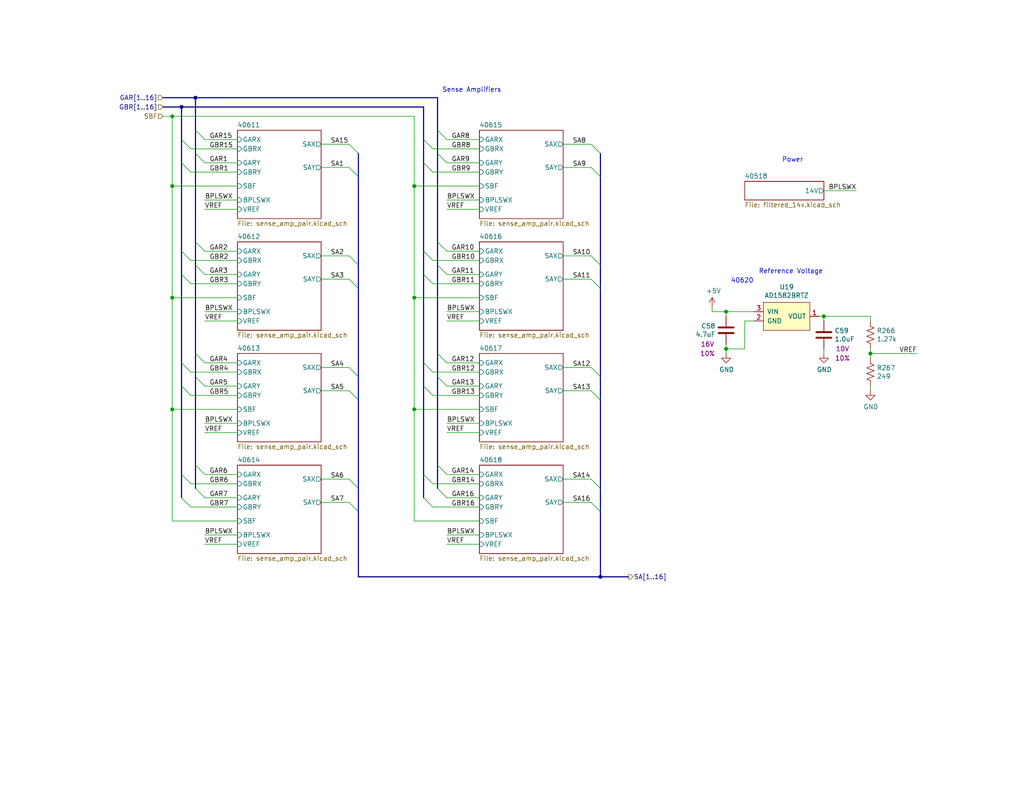
<source format=kicad_sch>
(kicad_sch (version 20211123) (generator eeschema)
  (paper "USLetter")
  (lib_symbols
    (symbol "Device:C" (pin_numbers hide) (pin_names (offset 0.254))
      (property "Reference" "C" (at 0.635 2.54 0))
      (property "Value" "C" (at 0.635 -2.54 0))
      (symbol "C_0_1"
        (polyline (pts (xy -2.032 -0.762) (xy 2.032 -0.762)) (stroke (width 0.508)))
        (polyline (pts (xy -2.032 0.762) (xy 2.032 0.762)) (stroke (width 0.508)))
      )
      (symbol "C_1_1"
        (pin passive line (at 0 3.81 270) (length 2.794) (name "~") (number "1"))
        (pin passive line (at 0 -3.81 90) (length 2.794) (name "~") (number "2"))
      )
    )
    (symbol "Device:R_US" (pin_numbers hide) (pin_names (offset 0))
      (property "Reference" "R" (at 2.54 0 90))
      (property "Value" "R_US" (at -2.54 0 90))
      (symbol "R_US_0_1"
        (polyline (pts (xy 0 -2.286) (xy 0 -2.54)))
        (polyline (pts (xy 0 2.286) (xy 0 2.54)))
        (polyline (pts (xy 0 -0.762) (xy 1.016 -1.143) (xy 0 -1.524) (xy -1.016 -1.905) (xy 0 -2.286)))
        (polyline (pts (xy 0 0.762) (xy 1.016 0.381) (xy 0 0) (xy -1.016 -0.381) (xy 0 -0.762)))
        (polyline (pts (xy 0 2.286) (xy 1.016 1.905) (xy 0 1.524) (xy -1.016 1.143) (xy 0 0.762)))
      )
      (symbol "R_US_1_1"
        (pin passive line (at 0 3.81 270) (length 1.27) (name "~") (number "1"))
        (pin passive line (at 0 -3.81 90) (length 1.27) (name "~") (number "2"))
      )
    )
    (symbol "lachesis:AD1582" (pin_names (offset 1.016))
      (property "Reference" "U" (at 0 -3.81 0))
      (property "Value" "AD1582" (at 0 -6.35 0))
      (symbol "AD1582_0_1"
        (rectangle (start -6.35 5.08) (end 6.35 -2.54) (fill (type background)))
      )
      (symbol "AD1582_1_1"
        (pin power_out line (at 8.89 1.27 180) (length 2.54) (name "VOUT") (number "1"))
        (pin power_in line (at -8.89 0 0) (length 2.54) (name "GND") (number "2"))
        (pin power_in line (at -8.89 2.54 0) (length 2.54) (name "VIN") (number "3"))
      )
    )
    (symbol "power:+5V" (power) (pin_names (offset 0))
      (property "Value" "+5V" (at 0 3.556 0))
      (symbol "+5V_0_1"
        (polyline (pts (xy -0.762 1.27) (xy 0 2.54)))
        (polyline (pts (xy 0 0) (xy 0 2.54)))
        (polyline (pts (xy 0 2.54) (xy 0.762 1.27)))
      )
      (symbol "+5V_1_1"
        (pin power_in line (at 0 0 90) (length 0) hide (name "+5V") (number "1"))
      )
    )
    (symbol "power:GND" (power) (pin_names (offset 0))
      (property "Value" "GND" (at 0 -3.81 0))
      (symbol "GND_0_1"
        (polyline (pts (xy 0 0) (xy 0 -1.27) (xy 1.27 -1.27) (xy 0 -2.54) (xy -1.27 -1.27) (xy 0 -1.27)))
      )
      (symbol "GND_1_1"
        (pin power_in line (at 0 0 270) (length 0) hide (name "GND") (number "1"))
      )
    )
  )
  (junction (at 46.99 111.76))
  (junction (at 113.03 50.8))
  (junction (at 46.99 31.75))
  (junction (at 46.99 50.8))
  (junction (at 198.12 85.09))
  (junction (at 46.99 81.28))
  (junction (at 224.79 86.36))
  (junction (at 163.83 157.48))
  (junction (at 237.49 96.52))
  (junction (at 53.34 26.67))
  (junction (at 49.53 29.21))
  (junction (at 113.03 81.28))
  (junction (at 198.12 95.25))
  (junction (at 113.03 111.76))
  (bus_entry (at 163.83 133.35) (size -2.54 -2.54))
  (bus_entry (at 119.38 35.56) (size 2.54 2.54))
  (bus_entry (at 115.57 68.58) (size 2.54 2.54))
  (bus_entry (at 115.57 135.89) (size 2.54 2.54))
  (bus_entry (at 115.57 129.54) (size 2.54 2.54))
  (bus_entry (at 97.79 102.87) (size -2.54 -2.54))
  (bus_entry (at 97.79 109.22) (size -2.54 -2.54))
  (bus_entry (at 49.53 44.45) (size 2.54 2.54))
  (bus_entry (at 49.53 135.89) (size 2.54 2.54))
  (bus_entry (at 119.38 72.39) (size 2.54 2.54))
  (bus_entry (at 119.38 41.91) (size 2.54 2.54))
  (bus_entry (at 97.79 72.39) (size -2.54 -2.54))
  (bus_entry (at 163.83 41.91) (size -2.54 -2.54))
  (bus_entry (at 49.53 38.1) (size 2.54 2.54))
  (bus_entry (at 163.83 48.26) (size -2.54 -2.54))
  (bus_entry (at 49.53 68.58) (size 2.54 2.54))
  (bus_entry (at 119.38 102.87) (size 2.54 2.54))
  (bus_entry (at 53.34 35.56) (size 2.54 2.54))
  (bus_entry (at 97.79 139.7) (size -2.54 -2.54))
  (bus_entry (at 53.34 102.87) (size 2.54 2.54))
  (bus_entry (at 49.53 99.06) (size 2.54 2.54))
  (bus_entry (at 97.79 41.91) (size -2.54 -2.54))
  (bus_entry (at 97.79 133.35) (size -2.54 -2.54))
  (bus_entry (at 53.34 66.04) (size 2.54 2.54))
  (bus_entry (at 97.79 48.26) (size -2.54 -2.54))
  (bus_entry (at 53.34 96.52) (size 2.54 2.54))
  (bus_entry (at 163.83 139.7) (size -2.54 -2.54))
  (bus_entry (at 53.34 133.35) (size 2.54 2.54))
  (bus_entry (at 97.79 78.74) (size -2.54 -2.54))
  (bus_entry (at 115.57 74.93) (size 2.54 2.54))
  (bus_entry (at 163.83 72.39) (size -2.54 -2.54))
  (bus_entry (at 53.34 41.91) (size 2.54 2.54))
  (bus_entry (at 49.53 129.54) (size 2.54 2.54))
  (bus_entry (at 115.57 44.45) (size 2.54 2.54))
  (bus_entry (at 115.57 105.41) (size 2.54 2.54))
  (bus_entry (at 49.53 74.93) (size 2.54 2.54))
  (bus_entry (at 163.83 78.74) (size -2.54 -2.54))
  (bus_entry (at 53.34 72.39) (size 2.54 2.54))
  (bus_entry (at 163.83 102.87) (size -2.54 -2.54))
  (bus_entry (at 49.53 105.41) (size 2.54 2.54))
  (bus_entry (at 163.83 109.22) (size -2.54 -2.54))
  (bus_entry (at 119.38 66.04) (size 2.54 2.54))
  (bus_entry (at 115.57 99.06) (size 2.54 2.54))
  (bus_entry (at 115.57 38.1) (size 2.54 2.54))
  (bus_entry (at 119.38 133.35) (size 2.54 2.54))
  (bus_entry (at 53.34 127) (size 2.54 2.54))
  (bus_entry (at 119.38 127) (size 2.54 2.54))
  (bus_entry (at 119.38 96.52) (size 2.54 2.54))
  (wire (pts (xy 64.77 77.47) (xy 52.07 77.47)))
  (wire (pts (xy 130.81 105.41) (xy 121.92 105.41)))
  (wire (pts (xy 237.49 96.52) (xy 250.19 96.52)))
  (wire (pts (xy 130.81 77.47) (xy 118.11 77.47)))
  (wire (pts (xy 198.12 85.09) (xy 198.12 86.36)))
  (wire (pts (xy 194.31 83.82) (xy 194.31 85.09)))
  (wire (pts (xy 87.63 130.81) (xy 95.25 130.81)))
  (bus (pts (xy 119.38 72.39) (xy 119.38 96.52)))
  (wire (pts (xy 87.63 106.68) (xy 95.25 106.68)))
  (wire (pts (xy 130.81 54.61) (xy 121.92 54.61)))
  (wire (pts (xy 87.63 39.37) (xy 95.25 39.37)))
  (wire (pts (xy 64.77 54.61) (xy 55.88 54.61)))
  (bus (pts (xy 115.57 74.93) (xy 115.57 99.06)))
  (bus (pts (xy 163.83 133.35) (xy 163.83 139.7)))
  (bus (pts (xy 49.53 129.54) (xy 49.53 135.89)))
  (bus (pts (xy 115.57 44.45) (xy 115.57 68.58)))
  (wire (pts (xy 153.67 39.37) (xy 161.29 39.37)))
  (wire (pts (xy 223.52 86.36) (xy 224.79 86.36)))
  (wire (pts (xy 64.77 99.06) (xy 55.88 99.06)))
  (bus (pts (xy 97.79 157.48) (xy 163.83 157.48)))
  (wire (pts (xy 130.81 71.12) (xy 118.11 71.12)))
  (wire (pts (xy 198.12 95.25) (xy 198.12 96.52)))
  (bus (pts (xy 49.53 105.41) (xy 49.53 129.54)))
  (bus (pts (xy 119.38 66.04) (xy 119.38 72.39)))
  (wire (pts (xy 64.77 107.95) (xy 52.07 107.95)))
  (bus (pts (xy 115.57 29.21) (xy 115.57 38.1)))
  (bus (pts (xy 49.53 44.45) (xy 49.53 68.58)))
  (wire (pts (xy 130.81 115.57) (xy 121.92 115.57)))
  (wire (pts (xy 64.77 46.99) (xy 52.07 46.99)))
  (bus (pts (xy 97.79 139.7) (xy 97.79 157.48)))
  (wire (pts (xy 64.77 138.43) (xy 52.07 138.43)))
  (wire (pts (xy 64.77 129.54) (xy 55.88 129.54)))
  (wire (pts (xy 64.77 115.57) (xy 55.88 115.57)))
  (wire (pts (xy 113.03 111.76) (xy 113.03 142.24)))
  (wire (pts (xy 130.81 118.11) (xy 121.92 118.11)))
  (bus (pts (xy 97.79 78.74) (xy 97.79 102.87)))
  (bus (pts (xy 49.53 29.21) (xy 115.57 29.21)))
  (bus (pts (xy 97.79 102.87) (xy 97.79 109.22)))
  (wire (pts (xy 64.77 101.6) (xy 52.07 101.6)))
  (bus (pts (xy 163.83 109.22) (xy 163.83 133.35)))
  (wire (pts (xy 64.77 132.08) (xy 52.07 132.08)))
  (wire (pts (xy 130.81 44.45) (xy 121.92 44.45)))
  (bus (pts (xy 163.83 78.74) (xy 163.83 102.87)))
  (bus (pts (xy 119.38 41.91) (xy 119.38 66.04)))
  (bus (pts (xy 53.34 26.67) (xy 53.34 35.56)))
  (wire (pts (xy 44.45 31.75) (xy 46.99 31.75)))
  (wire (pts (xy 46.99 111.76) (xy 46.99 142.24)))
  (bus (pts (xy 53.34 66.04) (xy 53.34 72.39)))
  (bus (pts (xy 53.34 127) (xy 53.34 133.35)))
  (wire (pts (xy 224.79 95.25) (xy 224.79 96.52)))
  (bus (pts (xy 97.79 41.91) (xy 97.79 48.26)))
  (bus (pts (xy 163.83 48.26) (xy 163.83 72.39)))
  (bus (pts (xy 163.83 72.39) (xy 163.83 78.74)))
  (wire (pts (xy 87.63 76.2) (xy 95.25 76.2)))
  (bus (pts (xy 115.57 38.1) (xy 115.57 44.45)))
  (bus (pts (xy 53.34 35.56) (xy 53.34 41.91)))
  (wire (pts (xy 46.99 81.28) (xy 64.77 81.28)))
  (wire (pts (xy 64.77 74.93) (xy 55.88 74.93)))
  (wire (pts (xy 46.99 50.8) (xy 64.77 50.8)))
  (wire (pts (xy 130.81 138.43) (xy 118.11 138.43)))
  (wire (pts (xy 153.67 130.81) (xy 161.29 130.81)))
  (bus (pts (xy 49.53 68.58) (xy 49.53 74.93)))
  (bus (pts (xy 119.38 35.56) (xy 119.38 41.91)))
  (wire (pts (xy 198.12 85.09) (xy 205.74 85.09)))
  (wire (pts (xy 130.81 148.59) (xy 121.92 148.59)))
  (wire (pts (xy 64.77 40.64) (xy 52.07 40.64)))
  (wire (pts (xy 130.81 146.05) (xy 121.92 146.05)))
  (wire (pts (xy 64.77 148.59) (xy 55.88 148.59)))
  (wire (pts (xy 87.63 69.85) (xy 95.25 69.85)))
  (wire (pts (xy 113.03 81.28) (xy 130.81 81.28)))
  (wire (pts (xy 153.67 106.68) (xy 161.29 106.68)))
  (wire (pts (xy 64.77 57.15) (xy 55.88 57.15)))
  (wire (pts (xy 64.77 105.41) (xy 55.88 105.41)))
  (bus (pts (xy 115.57 68.58) (xy 115.57 74.93)))
  (wire (pts (xy 224.79 52.07) (xy 233.68 52.07)))
  (wire (pts (xy 113.03 111.76) (xy 130.81 111.76)))
  (wire (pts (xy 46.99 111.76) (xy 64.77 111.76)))
  (bus (pts (xy 115.57 129.54) (xy 115.57 135.89)))
  (bus (pts (xy 97.79 133.35) (xy 97.79 139.7)))
  (wire (pts (xy 64.77 87.63) (xy 55.88 87.63)))
  (wire (pts (xy 87.63 100.33) (xy 95.25 100.33)))
  (wire (pts (xy 46.99 81.28) (xy 46.99 111.76)))
  (wire (pts (xy 203.2 87.63) (xy 203.2 95.25)))
  (bus (pts (xy 53.34 102.87) (xy 53.34 127)))
  (wire (pts (xy 113.03 31.75) (xy 113.03 50.8)))
  (wire (pts (xy 130.81 135.89) (xy 121.92 135.89)))
  (wire (pts (xy 130.81 107.95) (xy 118.11 107.95)))
  (wire (pts (xy 130.81 38.1) (xy 121.92 38.1)))
  (bus (pts (xy 44.45 29.21) (xy 49.53 29.21)))
  (bus (pts (xy 163.83 41.91) (xy 163.83 48.26)))
  (wire (pts (xy 224.79 86.36) (xy 237.49 86.36)))
  (wire (pts (xy 113.03 81.28) (xy 113.03 111.76)))
  (wire (pts (xy 64.77 135.89) (xy 55.88 135.89)))
  (wire (pts (xy 198.12 93.98) (xy 198.12 95.25)))
  (bus (pts (xy 163.83 102.87) (xy 163.83 109.22)))
  (bus (pts (xy 97.79 72.39) (xy 97.79 78.74)))
  (wire (pts (xy 64.77 44.45) (xy 55.88 44.45)))
  (wire (pts (xy 64.77 146.05) (xy 55.88 146.05)))
  (wire (pts (xy 194.31 85.09) (xy 198.12 85.09)))
  (wire (pts (xy 130.81 40.64) (xy 118.11 40.64)))
  (wire (pts (xy 87.63 137.16) (xy 95.25 137.16)))
  (wire (pts (xy 237.49 96.52) (xy 237.49 97.79)))
  (bus (pts (xy 53.34 72.39) (xy 53.34 96.52)))
  (wire (pts (xy 153.67 76.2) (xy 161.29 76.2)))
  (wire (pts (xy 153.67 100.33) (xy 161.29 100.33)))
  (wire (pts (xy 130.81 85.09) (xy 121.92 85.09)))
  (wire (pts (xy 64.77 85.09) (xy 55.88 85.09)))
  (bus (pts (xy 53.34 96.52) (xy 53.34 102.87)))
  (wire (pts (xy 46.99 31.75) (xy 113.03 31.75)))
  (bus (pts (xy 163.83 139.7) (xy 163.83 157.48)))
  (wire (pts (xy 130.81 101.6) (xy 118.11 101.6)))
  (bus (pts (xy 119.38 96.52) (xy 119.38 102.87)))
  (wire (pts (xy 130.81 57.15) (xy 121.92 57.15)))
  (wire (pts (xy 130.81 74.93) (xy 121.92 74.93)))
  (wire (pts (xy 113.03 142.24) (xy 130.81 142.24)))
  (bus (pts (xy 49.53 74.93) (xy 49.53 99.06)))
  (bus (pts (xy 53.34 26.67) (xy 119.38 26.67)))
  (bus (pts (xy 115.57 99.06) (xy 115.57 105.41)))
  (wire (pts (xy 130.81 68.58) (xy 121.92 68.58)))
  (bus (pts (xy 119.38 127) (xy 119.38 133.35)))
  (wire (pts (xy 64.77 68.58) (xy 55.88 68.58)))
  (bus (pts (xy 163.83 157.48) (xy 171.45 157.48)))
  (wire (pts (xy 87.63 45.72) (xy 95.25 45.72)))
  (bus (pts (xy 49.53 38.1) (xy 49.53 44.45)))
  (wire (pts (xy 153.67 137.16) (xy 161.29 137.16)))
  (wire (pts (xy 46.99 31.75) (xy 46.99 50.8)))
  (bus (pts (xy 97.79 109.22) (xy 97.79 133.35)))
  (bus (pts (xy 97.79 48.26) (xy 97.79 72.39)))
  (wire (pts (xy 198.12 95.25) (xy 203.2 95.25)))
  (bus (pts (xy 49.53 29.21) (xy 49.53 38.1)))
  (wire (pts (xy 113.03 50.8) (xy 113.03 81.28)))
  (bus (pts (xy 44.45 26.67) (xy 53.34 26.67)))
  (wire (pts (xy 153.67 45.72) (xy 161.29 45.72)))
  (wire (pts (xy 237.49 105.41) (xy 237.49 106.68)))
  (wire (pts (xy 153.67 69.85) (xy 161.29 69.85)))
  (wire (pts (xy 224.79 86.36) (xy 224.79 87.63)))
  (wire (pts (xy 130.81 46.99) (xy 118.11 46.99)))
  (bus (pts (xy 115.57 105.41) (xy 115.57 129.54)))
  (bus (pts (xy 119.38 26.67) (xy 119.38 35.56)))
  (wire (pts (xy 113.03 50.8) (xy 130.81 50.8)))
  (wire (pts (xy 130.81 87.63) (xy 121.92 87.63)))
  (bus (pts (xy 53.34 41.91) (xy 53.34 66.04)))
  (bus (pts (xy 119.38 102.87) (xy 119.38 127)))
  (wire (pts (xy 130.81 129.54) (xy 121.92 129.54)))
  (bus (pts (xy 49.53 99.06) (xy 49.53 105.41)))
  (wire (pts (xy 203.2 87.63) (xy 205.74 87.63)))
  (wire (pts (xy 64.77 71.12) (xy 52.07 71.12)))
  (wire (pts (xy 64.77 38.1) (xy 55.88 38.1)))
  (wire (pts (xy 64.77 118.11) (xy 55.88 118.11)))
  (wire (pts (xy 237.49 95.25) (xy 237.49 96.52)))
  (wire (pts (xy 46.99 50.8) (xy 46.99 81.28)))
  (wire (pts (xy 130.81 99.06) (xy 121.92 99.06)))
  (wire (pts (xy 237.49 86.36) (xy 237.49 87.63)))
  (wire (pts (xy 46.99 142.24) (xy 64.77 142.24)))
  (wire (pts (xy 130.81 132.08) (xy 118.11 132.08)))
  (text "Reference Voltage" (at 207.01 74.93 0) (effects (font (size 1.27 1.27)) (justify left bottom)))
  (text "40620" (at 199.39 77.47 0) (effects (font (size 1.27 1.27)) (justify left bottom)))
  (text "Sense Amplifiers" (at 120.65 25.4 0) (effects (font (size 1.27 1.27)) (justify left bottom)))
  (text "Power" (at 213.36 44.45 0) (effects (font (size 1.27 1.27)) (justify left bottom)))
  (label "VREF" (at 55.88 57.15 0))
  (label "GBR15" (at 57.15 40.64 0))
  (label "SA10" (at 156.21 69.85 0))
  (label "SA14" (at 156.21 130.81 0))
  (label "GBR1" (at 57.15 46.99 0))
  (label "GAR14" (at 123.19 129.54 0))
  (label "GAR15" (at 57.15 38.1 0))
  (label "VREF" (at 250.19 96.52 180))
  (label "SA7" (at 90.17 137.16 0))
  (label "GAR10" (at 123.19 68.58 0))
  (label "SA5" (at 90.17 106.68 0))
  (label "SA6" (at 90.17 130.81 0))
  (label "GAR2" (at 57.15 68.58 0))
  (label "GAR5" (at 57.15 105.41 0))
  (label "BPLSWX" (at 121.92 115.57 0))
  (label "SA13" (at 156.21 106.68 0))
  (label "GAR7" (at 57.15 135.89 0))
  (label "GBR14" (at 123.19 132.08 0))
  (label "SA3" (at 90.17 76.2 0))
  (label "SA15" (at 90.17 39.37 0))
  (label "BPLSWX" (at 233.68 52.07 180))
  (label "GBR12" (at 123.19 101.6 0))
  (label "BPLSWX" (at 55.88 115.57 0))
  (label "GBR7" (at 57.15 138.43 0))
  (label "GBR8" (at 123.19 40.64 0))
  (label "BPLSWX" (at 55.88 54.61 0))
  (label "SA9" (at 156.21 45.72 0))
  (label "GBR4" (at 57.15 101.6 0))
  (label "VREF" (at 55.88 118.11 0))
  (label "GAR3" (at 57.15 74.93 0))
  (label "GBR11" (at 123.19 77.47 0))
  (label "GAR9" (at 123.19 44.45 0))
  (label "GBR13" (at 123.19 107.95 0))
  (label "GAR16" (at 123.19 135.89 0))
  (label "VREF" (at 55.88 87.63 0))
  (label "SA2" (at 90.17 69.85 0))
  (label "BPLSWX" (at 55.88 146.05 0))
  (label "SA12" (at 156.21 100.33 0))
  (label "GAR4" (at 57.15 99.06 0))
  (label "VREF" (at 55.88 148.59 0))
  (label "GBR6" (at 57.15 132.08 0))
  (label "GBR16" (at 123.19 138.43 0))
  (label "VREF" (at 121.92 87.63 0))
  (label "GBR9" (at 123.19 46.99 0))
  (label "BPLSWX" (at 121.92 85.09 0))
  (label "SA11" (at 156.21 76.2 0))
  (label "BPLSWX" (at 121.92 54.61 0))
  (label "GBR5" (at 57.15 107.95 0))
  (label "VREF" (at 121.92 118.11 0))
  (label "SA16" (at 156.21 137.16 0))
  (label "GAR8" (at 123.19 38.1 0))
  (label "SA4" (at 90.17 100.33 0))
  (label "GAR11" (at 123.19 74.93 0))
  (label "SA8" (at 156.21 39.37 0))
  (label "VREF" (at 121.92 148.59 0))
  (label "BPLSWX" (at 121.92 146.05 0))
  (label "GAR13" (at 123.19 105.41 0))
  (label "SA1" (at 90.17 45.72 0))
  (label "GAR6" (at 57.15 129.54 0))
  (label "GBR3" (at 57.15 77.47 0))
  (label "GAR1" (at 57.15 44.45 0))
  (label "VREF" (at 121.92 57.15 0))
  (label "BPLSWX" (at 55.88 85.09 0))
  (label "GAR12" (at 123.19 99.06 0))
  (label "GBR10" (at 123.19 71.12 0))
  (label "GBR2" (at 57.15 71.12 0))
  (hierarchical_label "SA[1..16]" (shape output) (at 171.45 157.48 0))
  (hierarchical_label "SBF" (shape input) (at 44.45 31.75 180))
  (hierarchical_label "GAR[1..16]" (shape input) (at 44.45 26.67 180))
  (hierarchical_label "GBR[1..16]" (shape input) (at 44.45 29.21 180))
  (symbol (lib_id "power:+5V") (at 194.31 83.82 0) (unit 1)
    (property "Reference" "#PWR0157" (effects hide))
    (property "Value" "+5V" (at 194.691 79.4258 0))
  )
  (symbol (lib_id "power:GND") (at 224.79 96.52 0) (unit 1)
    (property "Reference" "#PWR0159" (effects hide))
    (property "Value" "GND" (at 224.917 100.9142 0))
  )
  (symbol (lib_id "lachesis:AD1582") (at 214.63 87.63 0) (unit 1)
    (property "Reference" "U19" (at 214.63 78.359 0))
    (property "Value" "AD1582BRTZ" (at 214.63 80.6704 0))
    (property "Footprint" "Package_TO_SOT_SMD:SOT-23" (effects hide))
    (property "Digikey" "https://www.digikey.com/en/products/detail/analog-devices-inc/AD1582BRTZ-REEL7/750867" (effects hide))
    (property "Part Number" "AD1582BRTZ" (effects hide))
  )
  (symbol (lib_id "Device:C") (at 198.12 90.17 0) (mirror x) (unit 1)
    (property "Reference" "C58" (at 195.2244 89.0016 0) (effects (justify right)))
    (property "Value" "4.7uF" (at 195.2244 91.313 0) (effects (justify right)))
    (property "Footprint" "Capacitor_SMD:C_0805_2012Metric" (effects hide))
    (property "Digikey" "https://www.digikey.com/en/products/detail/samsung-electro-mechanics/CL21B475KOFNFNE/3888628" (effects hide))
    (property "Part Number" "CL21B475KOFNFNE" (effects hide))
    (property "Rating" "16V" (at 193.04 93.98 0))
    (property "Tolerance" "10%" (at 193.04 96.52 0))
  )
  (symbol (lib_id "power:GND") (at 198.12 96.52 0) (unit 1)
    (property "Reference" "#PWR0158" (effects hide))
    (property "Value" "GND" (at 198.247 100.9142 0))
  )
  (symbol (lib_id "Device:C") (at 224.79 91.44 0) (unit 1)
    (property "Reference" "C59" (at 227.711 90.2716 0) (effects (justify left)))
    (property "Value" "1.0uF" (at 227.711 92.583 0) (effects (justify left)))
    (property "Footprint" "Capacitor_SMD:C_0603_1608Metric" (effects hide))
    (property "Digikey" "https://www.digikey.com/en/products/detail/samsung-electro-mechanics/CL10B105KP8NNNC/3887604" (effects hide))
    (property "Part Number" "CL10B105KP8NNNC" (effects hide))
    (property "Rating" "10V" (at 229.87 95.25 0))
    (property "Tolerance" "10%" (at 229.87 97.79 0))
  )
  (symbol (lib_id "Device:R_US") (at 237.49 91.44 0) (unit 1)
    (property "Reference" "R266" (at 239.2172 90.2716 0) (effects (justify left)))
    (property "Value" "1.27k" (at 239.2172 92.583 0) (effects (justify left)))
    (property "Footprint" "Resistor_SMD:R_0603_1608Metric" (effects hide))
  )
  (symbol (lib_id "Device:R_US") (at 237.49 101.6 0) (unit 1)
    (property "Reference" "R267" (at 239.2172 100.4316 0) (effects (justify left)))
    (property "Value" "249" (at 239.2172 102.743 0) (effects (justify left)))
    (property "Footprint" "Resistor_SMD:R_0603_1608Metric" (effects hide))
  )
  (symbol (lib_id "power:GND") (at 237.49 106.68 0) (unit 1)
    (property "Reference" "#PWR0160" (effects hide))
    (property "Value" "GND" (at 237.617 111.0742 0))
  )
  (sheet (at 203.2 49.53) (size 21.59 5.08)
    (property "Sheet name" "40518" (at 203.2 48.8184 0) (effects (justify left bottom)))
    (property "Sheet file" "filtered_14v.kicad_sch" (at 203.2 55.1946 0) (effects (justify left top)))
    (pin "14V" output (at 224.79 52.07 0))
  )
  (sheet (at 64.77 35.56) (size 22.86 24.13)
    (property "Sheet name" "40611" (at 64.77 34.8484 0) (effects (justify left bottom)))
    (property "Sheet file" "sense_amp_pair.kicad_sch" (at 64.77 60.2746 0) (effects (justify left top)))
    (pin "GARX" input (at 64.77 38.1 180))
    (pin "GBRX" input (at 64.77 40.64 180))
    (pin "GARY" input (at 64.77 44.45 180))
    (pin "GBRY" input (at 64.77 46.99 180))
    (pin "BPLSWX" input (at 64.77 54.61 180))
    (pin "SAX" output (at 87.63 39.37 0))
    (pin "SAY" output (at 87.63 45.72 0))
    (pin "SBF" input (at 64.77 50.8 180))
    (pin "VREF" input (at 64.77 57.15 180))
  )
  (sheet (at 64.77 66.04) (size 22.86 24.13)
    (property "Sheet name" "40612" (at 64.77 65.3284 0) (effects (justify left bottom)))
    (property "Sheet file" "sense_amp_pair.kicad_sch" (at 64.77 90.7546 0) (effects (justify left top)))
    (pin "GARX" input (at 64.77 68.58 180))
    (pin "GBRX" input (at 64.77 71.12 180))
    (pin "GARY" input (at 64.77 74.93 180))
    (pin "GBRY" input (at 64.77 77.47 180))
    (pin "BPLSWX" input (at 64.77 85.09 180))
    (pin "SAX" output (at 87.63 69.85 0))
    (pin "SAY" output (at 87.63 76.2 0))
    (pin "SBF" input (at 64.77 81.28 180))
    (pin "VREF" input (at 64.77 87.63 180))
  )
  (sheet (at 64.77 96.52) (size 22.86 24.13)
    (property "Sheet name" "40613" (at 64.77 95.8084 0) (effects (justify left bottom)))
    (property "Sheet file" "sense_amp_pair.kicad_sch" (at 64.77 121.2346 0) (effects (justify left top)))
    (pin "GARX" input (at 64.77 99.06 180))
    (pin "GBRX" input (at 64.77 101.6 180))
    (pin "GARY" input (at 64.77 105.41 180))
    (pin "GBRY" input (at 64.77 107.95 180))
    (pin "BPLSWX" input (at 64.77 115.57 180))
    (pin "SAX" output (at 87.63 100.33 0))
    (pin "SAY" output (at 87.63 106.68 0))
    (pin "SBF" input (at 64.77 111.76 180))
    (pin "VREF" input (at 64.77 118.11 180))
  )
  (sheet (at 64.77 127) (size 22.86 24.13)
    (property "Sheet name" "40614" (at 64.77 126.2884 0) (effects (justify left bottom)))
    (property "Sheet file" "sense_amp_pair.kicad_sch" (at 64.77 151.7146 0) (effects (justify left top)))
    (pin "GARX" input (at 64.77 129.54 180))
    (pin "GBRX" input (at 64.77 132.08 180))
    (pin "GARY" input (at 64.77 135.89 180))
    (pin "GBRY" input (at 64.77 138.43 180))
    (pin "BPLSWX" input (at 64.77 146.05 180))
    (pin "SAX" output (at 87.63 130.81 0))
    (pin "SAY" output (at 87.63 137.16 0))
    (pin "SBF" input (at 64.77 142.24 180))
    (pin "VREF" input (at 64.77 148.59 180))
  )
  (sheet (at 130.81 35.56) (size 22.86 24.13)
    (property "Sheet name" "40615" (at 130.81 34.8484 0) (effects (justify left bottom)))
    (property "Sheet file" "sense_amp_pair.kicad_sch" (at 130.81 60.2746 0) (effects (justify left top)))
    (pin "GARX" input (at 130.81 38.1 180))
    (pin "GBRX" input (at 130.81 40.64 180))
    (pin "GARY" input (at 130.81 44.45 180))
    (pin "GBRY" input (at 130.81 46.99 180))
    (pin "BPLSWX" input (at 130.81 54.61 180))
    (pin "SAX" output (at 153.67 39.37 0))
    (pin "SAY" output (at 153.67 45.72 0))
    (pin "SBF" input (at 130.81 50.8 180))
    (pin "VREF" input (at 130.81 57.15 180))
  )
  (sheet (at 130.81 66.04) (size 22.86 24.13)
    (property "Sheet name" "40616" (at 130.81 65.3284 0) (effects (justify left bottom)))
    (property "Sheet file" "sense_amp_pair.kicad_sch" (at 130.81 90.7546 0) (effects (justify left top)))
    (pin "GARX" input (at 130.81 68.58 180))
    (pin "GBRX" input (at 130.81 71.12 180))
    (pin "GARY" input (at 130.81 74.93 180))
    (pin "GBRY" input (at 130.81 77.47 180))
    (pin "BPLSWX" input (at 130.81 85.09 180))
    (pin "SAX" output (at 153.67 69.85 0))
    (pin "SAY" output (at 153.67 76.2 0))
    (pin "SBF" input (at 130.81 81.28 180))
    (pin "VREF" input (at 130.81 87.63 180))
  )
  (sheet (at 130.81 96.52) (size 22.86 24.13)
    (property "Sheet name" "40617" (at 130.81 95.8084 0) (effects (justify left bottom)))
    (property "Sheet file" "sense_amp_pair.kicad_sch" (at 130.81 121.2346 0) (effects (justify left top)))
    (pin "GARX" input (at 130.81 99.06 180))
    (pin "GBRX" input (at 130.81 101.6 180))
    (pin "GARY" input (at 130.81 105.41 180))
    (pin "GBRY" input (at 130.81 107.95 180))
    (pin "BPLSWX" input (at 130.81 115.57 180))
    (pin "SAX" output (at 153.67 100.33 0))
    (pin "SAY" output (at 153.67 106.68 0))
    (pin "SBF" input (at 130.81 111.76 180))
    (pin "VREF" input (at 130.81 118.11 180))
  )
  (sheet (at 130.81 127) (size 22.86 24.13)
    (property "Sheet name" "40618" (at 130.81 126.2884 0) (effects (justify left bottom)))
    (property "Sheet file" "sense_amp_pair.kicad_sch" (at 130.81 151.7146 0) (effects (justify left top)))
    (pin "GARX" input (at 130.81 129.54 180))
    (pin "GBRX" input (at 130.81 132.08 180))
    (pin "GARY" input (at 130.81 135.89 180))
    (pin "GBRY" input (at 130.81 138.43 180))
    (pin "BPLSWX" input (at 130.81 146.05 180))
    (pin "SAX" output (at 153.67 130.81 0))
    (pin "SAY" output (at 153.67 137.16 0))
    (pin "SBF" input (at 130.81 142.24 180))
    (pin "VREF" input (at 130.81 148.59 180))
  )
)
</source>
